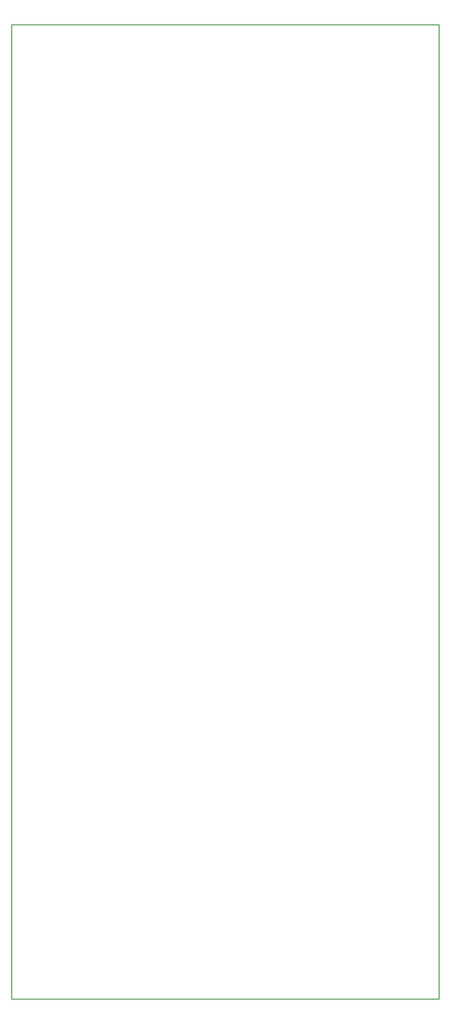
<source format=gbr>
%TF.GenerationSoftware,KiCad,Pcbnew,7.0.7*%
%TF.CreationDate,2024-01-28T22:13:11+01:00*%
%TF.ProjectId,relayTracker,72656c61-7954-4726-9163-6b65722e6b69,rev?*%
%TF.SameCoordinates,Original*%
%TF.FileFunction,Profile,NP*%
%FSLAX46Y46*%
G04 Gerber Fmt 4.6, Leading zero omitted, Abs format (unit mm)*
G04 Created by KiCad (PCBNEW 7.0.7) date 2024-01-28 22:13:11*
%MOMM*%
%LPD*%
G01*
G04 APERTURE LIST*
%TA.AperFunction,Profile*%
%ADD10C,0.100000*%
%TD*%
G04 APERTURE END LIST*
D10*
X91000000Y-10500000D02*
X132500000Y-10500000D01*
X132500000Y-105000000D01*
X91000000Y-105000000D01*
X91000000Y-10500000D01*
M02*

</source>
